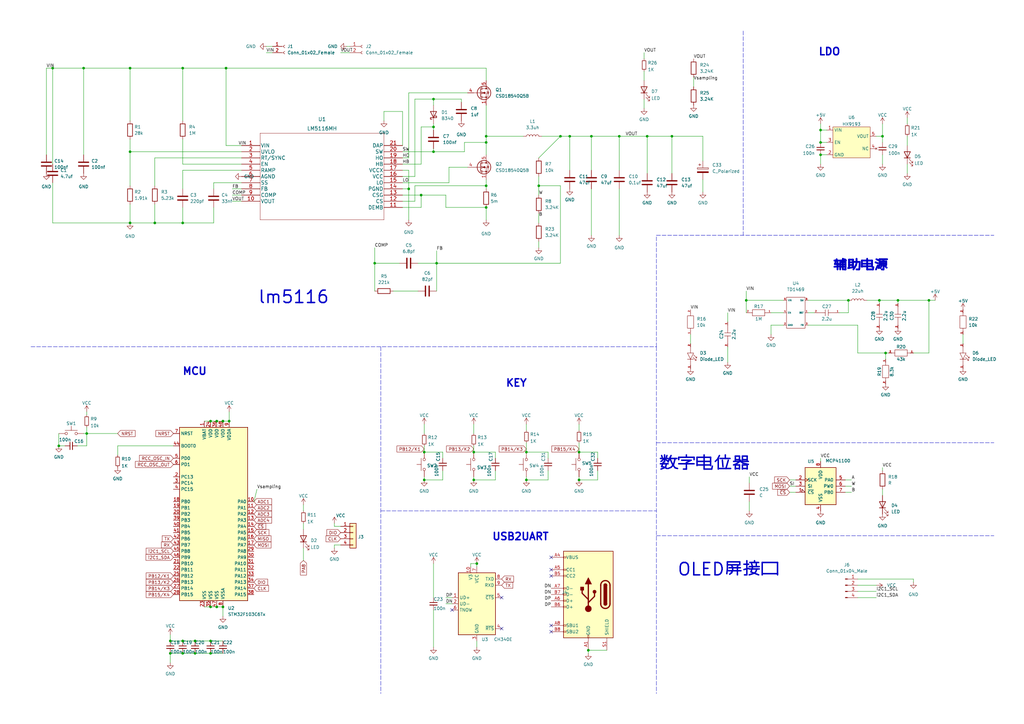
<source format=kicad_sch>
(kicad_sch (version 20211123) (generator eeschema)
  (paper "A3")
  (junction (at 63.5 91.44))
  (junction (at 336.55 58.42))
  (junction (at 74.93 267.97))
  (junction (at 86.36 262.89))
  (junction (at 153.67 107.95))
  (junction (at 86.36 172.72))
  (junction (at 237.49 185.42))
  (junction (at 381 123.19))
  (junction (at 199.39 85.09))
  (junction (at 194.31 196.85))
  (junction (at 347.98 123.19))
  (junction (at 254 55.88))
  (junction (at 74.93 91.44))
  (junction (at 220.98 76.2))
  (junction (at 74.93 27.94))
  (junction (at 306.07 123.19))
  (junction (at 53.34 91.44))
  (junction (at 177.8 62.23))
  (junction (at 177.8 52.07))
  (junction (at 215.9 196.85))
  (junction (at 69.85 262.89))
  (junction (at 361.95 55.88))
  (junction (at 368.3 123.19))
  (junction (at 363.22 144.78))
  (junction (at 93.98 172.72))
  (junction (at 69.85 267.97))
  (junction (at 21.59 27.94))
  (junction (at 74.93 262.89))
  (junction (at 336.55 53.34))
  (junction (at 199.39 55.88))
  (junction (at 179.07 107.95))
  (junction (at 199.39 58.42))
  (junction (at 88.9 172.72))
  (junction (at 233.68 55.88))
  (junction (at 336.55 63.5))
  (junction (at 265.43 55.88))
  (junction (at 80.01 267.97))
  (junction (at 88.9 248.92))
  (junction (at 242.57 55.88))
  (junction (at 173.99 185.42))
  (junction (at 91.44 172.72))
  (junction (at 360.68 123.19))
  (junction (at 173.99 196.85))
  (junction (at 229.87 55.88))
  (junction (at 167.64 77.47))
  (junction (at 86.36 248.92))
  (junction (at 91.44 248.92))
  (junction (at 172.72 80.01))
  (junction (at 237.49 196.85))
  (junction (at 275.59 55.88))
  (junction (at 80.01 262.89))
  (junction (at 92.71 27.94))
  (junction (at 177.8 40.64))
  (junction (at 86.36 267.97))
  (junction (at 241.3 266.7))
  (junction (at 199.39 76.2))
  (junction (at 194.31 185.42))
  (junction (at 53.34 27.94))
  (junction (at 35.56 177.8))
  (junction (at 24.13 182.88))
  (junction (at 34.29 27.94))
  (junction (at 215.9 185.42))
  (junction (at 53.34 62.23))
  (junction (at 195.58 231.14))
  (no_connect (at 226.06 228.6))
  (no_connect (at 226.06 256.54))
  (no_connect (at 185.42 250.19))
  (no_connect (at 205.74 257.81))
  (no_connect (at 226.06 233.68))
  (no_connect (at 205.74 245.11))
  (no_connect (at 226.06 259.08))
  (no_connect (at 226.06 236.22))
  (polyline (pts (xy 12.7 142.24) (xy 269.24 142.24)))
  (wire (pts (xy 193.04 232.41) (xy 193.04 231.14)))
  (polyline (pts (xy 269.24 96.52) (xy 407.67 96.52)))
  (wire (pts (xy 336.55 53.34) (xy 339.09 53.34)))
  (wire (pts (xy 184.15 68.58) (xy 191.77 68.58)))
  (polyline (pts (xy 156.21 142.24) (xy 156.21 284.48)))
  (wire (pts (xy 361.95 191.77) (xy 361.95 193.04)))
  (wire (pts (xy 254 55.88) (xy 265.43 55.88)))
  (wire (pts (xy 182.88 247.65) (xy 185.42 247.65)))
  (wire (pts (xy 165.1 45.72) (xy 165.1 59.69)))
  (wire (pts (xy 170.18 72.39) (xy 170.18 40.64)))
  (wire (pts (xy 199.39 76.2) (xy 199.39 77.47)))
  (wire (pts (xy 264.16 40.64) (xy 264.16 44.45)))
  (wire (pts (xy 143.51 21.59) (xy 139.7 21.59)))
  (wire (pts (xy 165.1 74.93) (xy 184.15 74.93)))
  (polyline (pts (xy 269.24 142.24) (xy 269.24 96.52)))
  (wire (pts (xy 170.18 82.55) (xy 170.18 76.2)))
  (wire (pts (xy 229.87 55.88) (xy 233.68 55.88)))
  (wire (pts (xy 241.3 266.7) (xy 248.92 266.7)))
  (wire (pts (xy 233.68 55.88) (xy 233.68 69.85)))
  (wire (pts (xy 346.71 199.39) (xy 349.25 199.39)))
  (wire (pts (xy 48.26 182.88) (xy 48.26 186.69)))
  (wire (pts (xy 86.36 267.97) (xy 91.44 267.97)))
  (wire (pts (xy 346.71 201.93) (xy 349.25 201.93)))
  (wire (pts (xy 74.93 267.97) (xy 80.01 267.97)))
  (wire (pts (xy 307.34 205.74) (xy 307.34 209.55)))
  (wire (pts (xy 80.01 267.97) (xy 86.36 267.97)))
  (wire (pts (xy 24.13 182.88) (xy 26.67 182.88)))
  (wire (pts (xy 63.5 83.82) (xy 63.5 91.44)))
  (wire (pts (xy 165.1 67.31) (xy 172.72 67.31)))
  (wire (pts (xy 220.98 99.06) (xy 220.98 101.6)))
  (wire (pts (xy 74.93 91.44) (xy 87.63 91.44)))
  (wire (pts (xy 124.46 214.63) (xy 124.46 217.17)))
  (wire (pts (xy 242.57 77.47) (xy 242.57 96.52)))
  (wire (pts (xy 361.95 63.5) (xy 361.95 67.31)))
  (wire (pts (xy 372.11 55.88) (xy 372.11 59.69)))
  (wire (pts (xy 153.67 101.6) (xy 153.67 107.95)))
  (wire (pts (xy 24.13 177.8) (xy 24.13 182.88)))
  (wire (pts (xy 336.55 187.96) (xy 336.55 189.23)))
  (wire (pts (xy 177.8 40.64) (xy 177.8 43.18)))
  (wire (pts (xy 177.8 40.64) (xy 189.23 40.64)))
  (wire (pts (xy 181.61 193.04) (xy 181.61 196.85)))
  (wire (pts (xy 161.29 119.38) (xy 171.45 119.38)))
  (wire (pts (xy 34.29 27.94) (xy 34.29 63.5)))
  (wire (pts (xy 182.88 85.09) (xy 199.39 85.09)))
  (wire (pts (xy 63.5 64.77) (xy 63.5 76.2)))
  (wire (pts (xy 374.65 237.49) (xy 374.65 238.76)))
  (wire (pts (xy 88.9 248.92) (xy 91.44 248.92)))
  (wire (pts (xy 124.46 207.01) (xy 124.46 209.55)))
  (wire (pts (xy 306.07 123.19) (xy 306.07 128.27)))
  (wire (pts (xy 321.31 133.35) (xy 316.23 133.35)))
  (wire (pts (xy 153.67 119.38) (xy 153.67 107.95)))
  (wire (pts (xy 307.34 195.58) (xy 307.34 198.12)))
  (wire (pts (xy 172.72 52.07) (xy 177.8 52.07)))
  (wire (pts (xy 179.07 107.95) (xy 229.87 107.95)))
  (wire (pts (xy 88.9 172.72) (xy 91.44 172.72)))
  (wire (pts (xy 173.99 182.88) (xy 173.99 185.42)))
  (wire (pts (xy 53.34 91.44) (xy 63.5 91.44)))
  (wire (pts (xy 153.67 107.95) (xy 163.83 107.95)))
  (wire (pts (xy 69.85 260.35) (xy 69.85 262.89)))
  (wire (pts (xy 69.85 267.97) (xy 74.93 267.97)))
  (wire (pts (xy 74.93 27.94) (xy 74.93 49.53)))
  (wire (pts (xy 237.49 196.85) (xy 245.11 196.85)))
  (wire (pts (xy 190.5 58.42) (xy 199.39 58.42)))
  (wire (pts (xy 360.68 123.19) (xy 368.3 123.19)))
  (wire (pts (xy 254 55.88) (xy 254 69.85)))
  (wire (pts (xy 95.25 82.55) (xy 99.06 82.55)))
  (wire (pts (xy 99.06 59.69) (xy 92.71 59.69)))
  (wire (pts (xy 220.98 76.2) (xy 220.98 80.01)))
  (wire (pts (xy 351.79 240.03) (xy 359.41 240.03)))
  (wire (pts (xy 265.43 55.88) (xy 265.43 71.12)))
  (wire (pts (xy 203.2 196.85) (xy 194.31 196.85)))
  (wire (pts (xy 172.72 85.09) (xy 172.72 80.01)))
  (wire (pts (xy 99.06 69.85) (xy 74.93 69.85)))
  (wire (pts (xy 182.88 245.11) (xy 185.42 245.11)))
  (wire (pts (xy 331.47 128.27) (xy 334.01 128.27)))
  (wire (pts (xy 95.25 80.01) (xy 99.06 80.01)))
  (wire (pts (xy 284.48 31.75) (xy 284.48 35.56)))
  (wire (pts (xy 74.93 262.89) (xy 80.01 262.89)))
  (wire (pts (xy 199.39 43.18) (xy 199.39 55.88)))
  (wire (pts (xy 172.72 52.07) (xy 172.72 67.31)))
  (wire (pts (xy 99.06 62.23) (xy 53.34 62.23)))
  (wire (pts (xy 177.8 50.8) (xy 177.8 52.07)))
  (wire (pts (xy 190.5 62.23) (xy 190.5 58.42)))
  (wire (pts (xy 157.48 45.72) (xy 157.48 49.53)))
  (wire (pts (xy 19.05 27.94) (xy 19.05 63.5)))
  (wire (pts (xy 177.8 60.96) (xy 177.8 62.23)))
  (wire (pts (xy 336.55 63.5) (xy 339.09 63.5)))
  (wire (pts (xy 298.45 142.24) (xy 298.45 148.59)))
  (wire (pts (xy 165.1 45.72) (xy 157.48 45.72)))
  (wire (pts (xy 254 77.47) (xy 254 96.52)))
  (wire (pts (xy 336.55 58.42) (xy 339.09 58.42)))
  (wire (pts (xy 171.45 107.95) (xy 179.07 107.95)))
  (wire (pts (xy 199.39 27.94) (xy 199.39 33.02)))
  (wire (pts (xy 74.93 85.09) (xy 74.93 91.44)))
  (wire (pts (xy 368.3 123.19) (xy 381 123.19)))
  (wire (pts (xy 92.71 59.69) (xy 92.71 27.94)))
  (wire (pts (xy 170.18 40.64) (xy 177.8 40.64)))
  (wire (pts (xy 336.55 50.8) (xy 336.55 53.34)))
  (wire (pts (xy 53.34 83.82) (xy 53.34 91.44)))
  (wire (pts (xy 351.79 144.78) (xy 351.79 133.35)))
  (wire (pts (xy 245.11 185.42) (xy 237.49 185.42)))
  (wire (pts (xy 220.98 72.39) (xy 220.98 76.2)))
  (wire (pts (xy 80.01 262.89) (xy 86.36 262.89)))
  (wire (pts (xy 195.58 231.14) (xy 195.58 232.41)))
  (wire (pts (xy 74.93 69.85) (xy 74.93 77.47)))
  (wire (pts (xy 165.1 62.23) (xy 177.8 62.23)))
  (wire (pts (xy 215.9 173.99) (xy 215.9 176.53)))
  (wire (pts (xy 194.31 173.99) (xy 194.31 177.8)))
  (wire (pts (xy 21.59 67.31) (xy 21.59 27.94)))
  (wire (pts (xy 359.41 55.88) (xy 361.95 55.88)))
  (wire (pts (xy 363.22 144.78) (xy 363.22 147.32)))
  (polyline (pts (xy 269.24 142.24) (xy 269.24 284.48)))
  (wire (pts (xy 288.29 55.88) (xy 288.29 66.04)))
  (wire (pts (xy 181.61 187.96) (xy 181.61 185.42)))
  (wire (pts (xy 331.47 123.19) (xy 347.98 123.19)))
  (wire (pts (xy 323.85 196.85) (xy 326.39 196.85)))
  (wire (pts (xy 242.57 55.88) (xy 242.57 69.85)))
  (wire (pts (xy 35.56 182.88) (xy 35.56 177.8)))
  (wire (pts (xy 195.58 262.89) (xy 195.58 265.43)))
  (wire (pts (xy 229.87 76.2) (xy 229.87 107.95)))
  (wire (pts (xy 237.49 181.61) (xy 237.49 185.42)))
  (wire (pts (xy 91.44 172.72) (xy 93.98 172.72)))
  (wire (pts (xy 63.5 91.44) (xy 74.93 91.44)))
  (wire (pts (xy 374.65 144.78) (xy 381 144.78)))
  (wire (pts (xy 165.1 64.77) (xy 167.64 64.77)))
  (wire (pts (xy 86.36 248.92) (xy 88.9 248.92)))
  (wire (pts (xy 91.44 248.92) (xy 91.44 252.73)))
  (wire (pts (xy 53.34 57.15) (xy 53.34 62.23)))
  (wire (pts (xy 394.97 137.16) (xy 394.97 140.97)))
  (wire (pts (xy 323.85 201.93) (xy 326.39 201.93)))
  (wire (pts (xy 172.72 80.01) (xy 182.88 80.01)))
  (wire (pts (xy 83.82 172.72) (xy 86.36 172.72)))
  (wire (pts (xy 87.63 74.93) (xy 87.63 77.47)))
  (wire (pts (xy 165.1 77.47) (xy 167.64 77.47)))
  (wire (pts (xy 220.98 76.2) (xy 229.87 76.2)))
  (wire (pts (xy 298.45 128.27) (xy 298.45 132.08)))
  (wire (pts (xy 34.29 27.94) (xy 53.34 27.94)))
  (wire (pts (xy 372.11 48.26) (xy 372.11 50.8)))
  (wire (pts (xy 203.2 193.04) (xy 203.2 196.85)))
  (wire (pts (xy 199.39 55.88) (xy 214.63 55.88)))
  (wire (pts (xy 177.8 231.14) (xy 177.8 245.11)))
  (wire (pts (xy 184.15 74.93) (xy 184.15 68.58)))
  (wire (pts (xy 35.56 177.8) (xy 48.26 177.8)))
  (wire (pts (xy 203.2 187.96) (xy 203.2 185.42)))
  (wire (pts (xy 306.07 123.19) (xy 321.31 123.19)))
  (wire (pts (xy 193.04 231.14) (xy 195.58 231.14)))
  (wire (pts (xy 21.59 74.93) (xy 21.59 91.44)))
  (wire (pts (xy 351.79 245.11) (xy 359.41 245.11)))
  (wire (pts (xy 74.93 27.94) (xy 92.71 27.94)))
  (wire (pts (xy 381 123.19) (xy 383.54 123.19)))
  (wire (pts (xy 173.99 173.99) (xy 173.99 177.8)))
  (wire (pts (xy 74.93 67.31) (xy 74.93 57.15)))
  (wire (pts (xy 167.64 69.85) (xy 167.64 77.47)))
  (wire (pts (xy 368.3 123.19) (xy 368.3 124.46)))
  (wire (pts (xy 237.49 173.99) (xy 237.49 176.53)))
  (wire (pts (xy 264.16 21.59) (xy 264.16 24.13)))
  (wire (pts (xy 99.06 67.31) (xy 74.93 67.31)))
  (wire (pts (xy 194.31 195.58) (xy 194.31 196.85)))
  (wire (pts (xy 173.99 195.58) (xy 173.99 196.85)))
  (wire (pts (xy 165.1 82.55) (xy 170.18 82.55)))
  (wire (pts (xy 220.98 87.63) (xy 220.98 91.44)))
  (wire (pts (xy 316.23 133.35) (xy 316.23 137.16)))
  (wire (pts (xy 179.07 107.95) (xy 179.07 119.38)))
  (wire (pts (xy 283.21 137.16) (xy 283.21 140.97)))
  (wire (pts (xy 265.43 55.88) (xy 275.59 55.88)))
  (wire (pts (xy 288.29 78.74) (xy 288.29 73.66)))
  (polyline (pts (xy 156.21 209.55) (xy 269.24 209.55)))
  (wire (pts (xy 165.1 72.39) (xy 170.18 72.39)))
  (wire (pts (xy 372.11 67.31) (xy 372.11 71.12)))
  (wire (pts (xy 215.9 195.58) (xy 215.9 196.85)))
  (wire (pts (xy 99.06 74.93) (xy 87.63 74.93)))
  (wire (pts (xy 83.82 248.92) (xy 86.36 248.92)))
  (wire (pts (xy 224.79 187.96) (xy 224.79 185.42)))
  (wire (pts (xy 199.39 85.09) (xy 199.39 90.17)))
  (wire (pts (xy 194.31 182.88) (xy 194.31 185.42)))
  (wire (pts (xy 351.79 237.49) (xy 374.65 237.49)))
  (wire (pts (xy 264.16 29.21) (xy 264.16 33.02)))
  (wire (pts (xy 109.22 21.59) (xy 111.76 21.59)))
  (wire (pts (xy 137.16 215.9) (xy 139.7 215.9)))
  (wire (pts (xy 361.95 50.8) (xy 361.95 55.88)))
  (wire (pts (xy 199.39 55.88) (xy 199.39 58.42)))
  (wire (pts (xy 381 144.78) (xy 381 123.19)))
  (wire (pts (xy 224.79 196.85) (xy 215.9 196.85)))
  (wire (pts (xy 179.07 102.87) (xy 179.07 107.95)))
  (wire (pts (xy 245.11 187.96) (xy 245.11 185.42)))
  (wire (pts (xy 203.2 185.42) (xy 194.31 185.42)))
  (wire (pts (xy 170.18 76.2) (xy 199.39 76.2)))
  (wire (pts (xy 31.75 182.88) (xy 35.56 182.88)))
  (wire (pts (xy 21.59 91.44) (xy 53.34 91.44)))
  (wire (pts (xy 215.9 181.61) (xy 215.9 185.42)))
  (wire (pts (xy 199.39 73.66) (xy 199.39 76.2)))
  (wire (pts (xy 288.29 55.88) (xy 275.59 55.88)))
  (wire (pts (xy 95.25 77.47) (xy 99.06 77.47)))
  (wire (pts (xy 360.68 123.19) (xy 360.68 124.46)))
  (wire (pts (xy 224.79 185.42) (xy 215.9 185.42)))
  (wire (pts (xy 53.34 62.23) (xy 53.34 76.2)))
  (wire (pts (xy 137.16 214.63) (xy 137.16 215.9)))
  (wire (pts (xy 167.64 38.1) (xy 191.77 38.1)))
  (wire (pts (xy 34.29 177.8) (xy 35.56 177.8)))
  (wire (pts (xy 71.12 182.88) (xy 48.26 182.88)))
  (wire (pts (xy 241.3 266.7) (xy 241.3 267.97)))
  (wire (pts (xy 87.63 85.09) (xy 87.63 91.44)))
  (wire (pts (xy 351.79 133.35) (xy 331.47 133.35)))
  (wire (pts (xy 245.11 193.04) (xy 245.11 196.85)))
  (wire (pts (xy 172.72 80.01) (xy 165.1 80.01)))
  (wire (pts (xy 142.24 19.05) (xy 143.51 19.05)))
  (wire (pts (xy 363.22 144.78) (xy 364.49 144.78)))
  (wire (pts (xy 351.79 144.78) (xy 363.22 144.78)))
  (wire (pts (xy 86.36 172.72) (xy 88.9 172.72)))
  (wire (pts (xy 237.49 195.58) (xy 237.49 196.85)))
  (wire (pts (xy 105.41 200.66) (xy 104.14 205.74)))
  (wire (pts (xy 199.39 58.42) (xy 199.39 63.5)))
  (wire (pts (xy 53.34 27.94) (xy 74.93 27.94)))
  (wire (pts (xy 137.16 224.79) (xy 137.16 223.52)))
  (wire (pts (xy 189.23 40.64) (xy 189.23 41.91)))
  (wire (pts (xy 92.71 27.94) (xy 199.39 27.94)))
  (wire (pts (xy 93.98 168.91) (xy 93.98 172.72)))
  (polyline (pts (xy 269.24 219.71) (xy 407.67 219.71)))
  (wire (pts (xy 316.23 128.27) (xy 321.31 128.27)))
  (wire (pts (xy 35.56 168.91) (xy 35.56 170.18)))
  (wire (pts (xy 35.56 175.26) (xy 35.56 177.8)))
  (wire (pts (xy 109.22 19.05) (xy 111.76 19.05)))
  (wire (pts (xy 181.61 185.42) (xy 173.99 185.42)))
  (wire (pts (xy 182.88 80.01) (xy 182.88 85.09)))
  (wire (pts (xy 177.8 52.07) (xy 177.8 53.34)))
  (wire (pts (xy 336.55 63.5) (xy 336.55 67.31)))
  (wire (pts (xy 69.85 267.97) (xy 69.85 271.78)))
  (wire (pts (xy 336.55 53.34) (xy 336.55 58.42)))
  (wire (pts (xy 167.64 77.47) (xy 167.64 90.17)))
  (wire (pts (xy 53.34 27.94) (xy 53.34 49.53)))
  (wire (pts (xy 233.68 55.88) (xy 242.57 55.88)))
  (wire (pts (xy 177.8 62.23) (xy 190.5 62.23)))
  (wire (pts (xy 165.1 85.09) (xy 172.72 85.09)))
  (wire (pts (xy 361.95 55.88) (xy 361.95 58.42)))
  (wire (pts (xy 323.85 199.39) (xy 326.39 199.39)))
  (wire (pts (xy 344.17 128.27) (xy 347.98 128.27)))
  (wire (pts (xy 361.95 200.66) (xy 361.95 203.2)))
  (wire (pts (xy 229.87 55.88) (xy 220.98 64.77)))
  (polyline (pts (xy 304.8 12.7) (xy 304.8 96.52)))
  (wire (pts (xy 19.05 27.94) (xy 21.59 27.94)))
  (wire (pts (xy 21.59 27.94) (xy 34.29 27.94)))
  (wire (pts (xy 99.06 64.77) (xy 63.5 64.77)))
  (wire (pts (xy 242.57 55.88) (xy 254 55.88)))
  (wire (pts (xy 275.59 55.88) (xy 275.59 71.12)))
  (wire (pts (xy 306.07 119.38) (xy 306.07 123.19)))
  (wire (pts (xy 351.79 242.57) (xy 359.41 242.57)))
  (wire (pts (xy 124.46 224.79) (xy 124.46 229.87)))
  (wire (pts (xy 165.1 69.85) (xy 167.64 69.85)))
  (wire (pts (xy 86.36 262.89) (xy 91.44 262.89)))
  (wire (pts (xy 222.25 55.88) (xy 229.87 55.88)))
  (wire (pts (xy 347.98 128.27) (xy 347.98 123.19)))
  (wire (pts (xy 346.71 196.85) (xy 349.25 196.85)))
  (wire (pts (xy 137.16 223.52) (xy 139.7 223.52)))
  (wire (pts (xy 69.85 262.89) (xy 74.93 262.89)))
  (wire (pts (xy 167.64 38.1) (xy 167.64 64.77)))
  (wire (pts (xy 224.79 193.04) (xy 224.79 196.85)))
  (polyline (pts (xy 269.24 181.61) (xy 407.67 181.61)))
  (wire (pts (xy 177.8 250.19) (xy 177.8 265.43)))
  (wire (pts (xy 181.61 196.85) (xy 173.99 196.85)))
  (wire (pts (xy 355.6 123.19) (xy 360.68 123.19)))
  (text "LDO" (at 335.534 23.114 0) (effects (font (size 3 3) (thickness 0.6) bold) (justify left bottom)))
  (text "数字电位器" (at 270.002 193.294 0) (effects (font (size 5.08 5.08) (thickness 0.6) bold) (justify left bottom)))
  (text "KEY" (at 207.264 159.004 0) (effects (font (size 3 3) (thickness 0.6) bold) (justify left bottom)))
  (text "MCU" (at 74.676 154.178 0) (effects (font (size 3 3) (thickness 0.6) bold) (justify left bottom)))
  (text "lm5116\n" (at 105.664 124.968 0) (effects (font (size 5.08 5.08) (thickness 0.6) bold) (justify left bottom)))
  (text "OLED屏接口\n\n" (at 277.622 244.856 0) (effects (font (size 5.08 5.08) (thickness 0.6) bold) (justify left bottom)))
  (text "辅助电源\n" (at 341.376 111.252 0) (effects (font (size 3.81 3.81) (thickness 0.762) bold) (justify left bottom)))
  (text "USB2UART" (at 201.676 221.996 0) (effects (font (size 3 3) (thickness 0.6) bold) (justify left bottom)))
  (label "VOUT" (at 256.54 55.88 0))
  (label "VIN" (at 306.07 119.38 0))
  (label "VCC" (at 307.34 195.58 0))
  (label "DN" (at 226.06 241.3 180))
  (label "W" (at 220.98 80.01 0))
  (label "SI" (at 323.85 199.39 0))
  (label "HB" (at 165.1 67.31 0))
  (label "VOUT" (at 284.48 24.13 0))
  (label "COMP" (at 95.25 80.01 0))
  (label "DP" (at 226.06 246.38 180))
  (label "i2C1_SDA" (at 359.41 245.11 0))
  (label "A" (at 349.25 196.85 0))
  (label "HO" (at 165.1 64.77 0))
  (label "i2C1_SCL" (at 359.41 242.57 0))
  (label "VIN" (at 97.79 59.69 0))
  (label "LO" (at 165.1 74.93 0))
  (label "W" (at 349.25 199.39 0))
  (label "FB" (at 95.25 77.47 0))
  (label "VOUT" (at 95.25 82.55 0))
  (label "COMP" (at 153.67 101.6 0))
  (label "VIN" (at 298.45 128.27 0))
  (label "VIN" (at 19.05 27.94 0))
  (label "DN" (at 182.88 247.65 0))
  (label "VIN" (at 109.22 21.59 0))
  (label "FB" (at 179.07 102.87 0))
  (label "VCC" (at 336.55 187.96 0))
  (label "VOUT" (at 264.16 21.59 0))
  (label "DP" (at 182.88 245.11 0))
  (label "DN" (at 226.06 243.84 180))
  (label "B" (at 220.98 88.9 0))
  (label "Vsampling" (at 284.48 33.02 0))
  (label "DP" (at 226.06 248.92 180))
  (label "Vsampling" (at 105.41 200.66 0))
  (label "SW" (at 165.1 62.23 0))
  (label "VCC" (at 361.95 191.77 0))
  (label "VIN" (at 283.21 127 0))
  (label "B" (at 349.25 201.93 0))
  (label "VOUT" (at 139.7 21.59 0))
  (global_label "CLK" (shape input) (at 139.7 220.98 180) (property "Intersheet References" "${INTERSHEET_REFS}" (effects hide)))
  (global_label "i2C1_SDA" (shape input) (at 71.12 228.6 180) (property "Intersheet References" "${INTERSHEET_REFS}" (effects hide)))
  (global_label "SCK" (shape input) (at 104.14 218.44 0) (property "Intersheet References" "${INTERSHEET_REFS}" (effects hide)))
  (global_label "i2C1_SCL" (shape input) (at 71.12 226.06 180) (property "Intersheet References" "${INTERSHEET_REFS}" (effects hide)))
  (global_label "PB14{slash}K3" (shape input) (at 71.12 241.3 180) (property "Intersheet References" "${INTERSHEET_REFS}" (effects hide)))
  (global_label "RCC_OSC_IN" (shape input) (at 71.12 187.96 180) (property "Intersheet References" "${INTERSHEET_REFS}" (effects hide)))
  (global_label "DIO" (shape input) (at 139.7 218.44 180) (property "Intersheet References" "${INTERSHEET_REFS}" (effects hide)))
  (global_label "PB15{slash}K4" (shape input) (at 237.49 184.15 180) (property "Intersheet References" "${INTERSHEET_REFS}" (effects hide)))
  (global_label "RX" (shape input) (at 71.12 223.52 180) (property "Intersheet References" "${INTERSHEET_REFS}" (effects hide)))
  (global_label "ADC1" (shape input) (at 104.14 205.74 0) (property "Intersheet References" "${INTERSHEET_REFS}" (effects hide)))
  (global_label "PB12{slash}K1" (shape input) (at 71.12 236.22 180) (property "Intersheet References" "${INTERSHEET_REFS}" (effects hide)))
  (global_label "ADC3" (shape input) (at 104.14 210.82 0) (property "Intersheet References" "${INTERSHEET_REFS}" (effects hide)))
  (global_label "ADC4" (shape input) (at 104.14 213.36 0) (property "Intersheet References" "${INTERSHEET_REFS}" (effects hide)))
  (global_label "CLK" (shape input) (at 104.14 241.3 0) (property "Intersheet References" "${INTERSHEET_REFS}" (effects hide)))
  (global_label "PA8" (shape input) (at 124.46 229.87 270) (property "Intersheet References" "${INTERSHEET_REFS}" (effects hide)))
  (global_label "NRST" (shape input) (at 71.12 177.8 180) (property "Intersheet References" "${INTERSHEET_REFS}" (effects hide)))
  (global_label "RCC_OSC_OUT" (shape input) (at 71.12 190.5 180) (property "Intersheet References" "${INTERSHEET_REFS}" (effects hide)))
  (global_label "PB15{slash}K4" (shape input) (at 71.12 243.84 180) (property "Intersheet References" "${INTERSHEET_REFS}" (effects hide)))
  (global_label "~{CS}" (shape input) (at 323.85 201.93 180) (property "Intersheet References" "${INTERSHEET_REFS}" (effects hide)))
  (global_label "MISO" (shape input) (at 104.14 220.98 0) (property "Intersheet References" "${INTERSHEET_REFS}" (effects hide)))
  (global_label "DIO" (shape input) (at 104.14 238.76 0) (property "Intersheet References" "${INTERSHEET_REFS}" (effects hide)))
  (global_label "NRST" (shape input) (at 48.26 177.8 0) (property "Intersheet References" "${INTERSHEET_REFS}" (effects hide)))
  (global_label "PB12{slash}K1" (shape input) (at 173.99 184.15 180) (property "Intersheet References" "${INTERSHEET_REFS}" (effects hide)))
  (global_label "MOSI" (shape input) (at 104.14 223.52 0) (property "Intersheet References" "${INTERSHEET_REFS}" (effects hide)))
  (global_label "PB13{slash}K2" (shape input) (at 194.31 184.15 180) (property "Intersheet References" "${INTERSHEET_REFS}" (effects hide)))
  (global_label "TX" (shape input) (at 71.12 220.98 180) (property "Intersheet References" "${INTERSHEET_REFS}" (effects hide)))
  (global_label "TX" (shape input) (at 205.74 240.03 0) (property "Intersheet References" "${INTERSHEET_REFS}" (effects hide)))
  (global_label "PB14{slash}K3" (shape input) (at 215.9 184.15 180) (property "Intersheet References" "${INTERSHEET_REFS}" (effects hide)))
  (global_label "SCK" (shape input) (at 323.85 196.85 180) (property "Intersheet References" "${INTERSHEET_REFS}" (effects hide)))
  (global_label "PB13{slash}K2" (shape input) (at 71.12 238.76 180) (property "Intersheet References" "${INTERSHEET_REFS}" (effects hide)))
  (global_label "ADC2" (shape input) (at 104.14 208.28 0) (property "Intersheet References" "${INTERSHEET_REFS}" (effects hide)))
  (global_label "RX" (shape input) (at 205.74 237.49 0) (property "Intersheet References" "${INTERSHEET_REFS}" (effects hide)))
  (global_label "~{CS}" (shape input) (at 104.14 215.9 0) (property "Intersheet References" "${INTERSHEET_REFS}" (effects hide)))
  (global_label "MOSI" (shape input) (at 323.85 199.39 180) (property "Intersheet References" "${INTERSHEET_REFS}" (effects hide)))
  (symbol (lib_id "Connector:Conn_01x02_Female") (at 116.84 19.05 0) (unit 1)
    (property "Reference" "J1" (at 117.856 19.0499 0) (effects (justify left)))
    (property "Value" "Conn_01x02_Female" (at 117.856 21.5899 0) (effects (justify left)))
    (property "Footprint" "Connector_AMASS:AMASS_XT30U-M_1x02_P5.0mm_Vertical" (effects hide))
  )
  (symbol (lib_id "Device:R") (at 199.39 81.28 0) (unit 1)
    (property "Reference" "R6" (at 201.168 80.0099 0) (effects (justify left)))
    (property "Value" "5m" (at 201.168 82.5499 0) (effects (justify left)))
    (property "Footprint" "Resistor_SMD:R_2512_6332Metric" (effects hide))
  )
  (symbol (lib_id "Device:L") (at 218.44 55.88 90) (unit 1)
    (property "Reference" "L1" (at 218.44 49.784 90))
    (property "Value" "3.3uh" (at 218.44 52.324 90))
    (property "Footprint" "Inductor_SMD:L_Wuerth_HCI-1040" (effects hide))
  )
  (symbol (lib_id "Device:C_Small") (at 203.2 190.5 180) (unit 1)
    (property "Reference" "C17" (at 201.295 187.325 90))
    (property "Value" "100n" (at 200.66 193.04 90))
    (property "Footprint" "GENERAL_RCL_SMD:C0603(1608M)" (effects hide))
  )
  (symbol (lib_id "power:GND") (at 48.26 191.77 0) (unit 1)
    (property "Reference" "#PWR0141" (effects hide))
    (property "Value" "GND" (at 48.26 196.3325 0))
  )
  (symbol (lib_id "power:GND") (at 368.3 134.62 0) (unit 1)
    (property "Reference" "#PWR0133" (effects hide))
    (property "Value" "GND" (at 368.3 139.065 0))
  )
  (symbol (lib_id "power:GND") (at 53.34 91.44 0) (unit 1)
    (property "Reference" "#PWR0114" (effects hide))
    (property "Value" "GND" (at 53.34 96.8756 0))
  )
  (symbol (lib_id "Basic_passive_components:Resistor") (at 283.21 132.08 90) (unit 1)
    (property "Reference" "R16" (at 285.75 130.8099 90) (effects (justify right)))
    (property "Value" "10k" (at 285.75 133.3499 90) (effects (justify right)))
    (property "Footprint" "GENERAL_RCL_SMD:R0603(1608M)" (effects hide))
  )
  (symbol (lib_id "Device:C_Small") (at 181.61 190.5 180) (unit 1)
    (property "Reference" "C15" (at 179.705 187.325 90))
    (property "Value" "100n" (at 179.07 193.04 90))
    (property "Footprint" "GENERAL_RCL_SMD:C0603(1608M)" (effects hide))
  )
  (symbol (lib_id "power:VCC") (at 359.41 240.03 270) (mirror x) (unit 1)
    (property "Reference" "#PWR0127" (effects hide))
    (property "Value" "VCC" (at 363.728 240.0299 90) (effects (justify left)))
  )
  (symbol (lib_id "Interface_USB:CH340E") (at 195.58 247.65 0) (unit 1)
    (property "Reference" "U3" (at 197.485 262.255 0) (effects (justify left)))
    (property "Value" "CH340E" (at 202.565 262.255 0) (effects (justify left)))
    (property "Footprint" "Package_SO:MSOP-10_3x3mm_P0.5mm" (effects hide))
    (property "Datasheet" "https://www.mpja.com/download/35227cpdata.pdf" (effects hide))
  )
  (symbol (lib_id "Device:C") (at 34.29 67.31 0) (unit 1)
    (property "Reference" "C2" (at 37.465 66.0399 0) (effects (justify left)))
    (property "Value" "100nf" (at 37.465 68.5799 0) (effects (justify left)))
    (property "Footprint" "Capacitor_SMD:C_1210_3225Metric" (effects hide))
  )
  (symbol (lib_id "Transistor_FET:CSD18540Q5B") (at 196.85 68.58 0) (unit 1)
    (property "Reference" "Q2" (at 203.2 67.3099 0) (effects (justify left)))
    (property "Value" "CSD18540Q5B" (at 203.2 69.8499 0) (effects (justify left)))
    (property "Footprint" "Package_TO_SOT_SMD:TDSON-8-1" (effects hide))
    (property "Datasheet" "http://www.ti.com/lit/gpn/csd18540q5b" (effects hide))
  )
  (symbol (lib_id "Diode:B340") (at 177.8 46.99 90) (unit 1)
    (property "Reference" "D1" (at 180.975 46.0374 90) (effects (justify right)))
    (property "Value" "B340" (at 180.975 48.5774 90) (effects (justify right)))
    (property "Footprint" "Diode_SMD:D_SMA" (effects hide))
    (property "Datasheet" "http://www.jameco.com/Jameco/Products/ProdDS/1538777.pdf" (effects hide))
  )
  (symbol (lib_id "Device:C") (at 307.34 201.93 0) (unit 1)
    (property "Reference" "C25" (at 311.404 200.6599 0) (effects (justify left)))
    (property "Value" "C" (at 311.404 203.1999 0) (effects (justify left)))
    (property "Footprint" "GENERAL_RCL_SMD:C0603(1608M)" (effects hide))
  )
  (symbol (lib_id "Device:C") (at 19.05 67.31 0) (unit 1)
    (property "Reference" "C14" (at 22.225 66.0399 0) (effects (justify left)))
    (property "Value" "100nf" (at 22.225 68.5799 0) (effects (justify left)))
    (property "Footprint" "Capacitor_SMD:C_1210_3225Metric" (effects hide))
  )
  (symbol (lib_id "power:GND") (at 275.59 78.74 0) (unit 1)
    (property "Reference" "#PWR0111" (effects hide))
    (property "Value" "GND" (at 275.59 83.185 0))
  )
  (symbol (lib_id "power:GND") (at 177.8 265.43 0) (unit 1)
    (property "Reference" "#PWR0159" (effects hide))
    (property "Value" "GND" (at 177.8 269.9925 0))
  )
  (symbol (lib_id "power:VCC") (at 93.98 168.91 0) (unit 1)
    (property "Reference" "#PWR0143" (effects hide))
    (property "Value" "VCC" (at 93.98 165.3055 0))
  )
  (symbol (lib_id "Device:C_Polarized") (at 288.29 69.85 0) (unit 1)
    (property "Reference" "C33" (at 292.1 67.6909 0) (effects (justify left)))
    (property "Value" "C_Polarized" (at 292.1 70.2309 0) (effects (justify left)))
    (property "Footprint" "Capacitor_SMD:CP_Elec_6.3x7.7" (effects hide))
  )
  (symbol (lib_id "Device:R_Small") (at 237.49 179.07 0) (unit 1)
    (property "Reference" "R15" (at 238.9886 178.1615 0) (effects (justify left)))
    (property "Value" "1K" (at 238.9886 180.9366 0) (effects (justify left)))
    (property "Footprint" "GENERAL_RCL_SMD:R0603(1608M)" (effects hide))
  )
  (symbol (lib_id "Device:R_Small") (at 215.9 179.07 0) (unit 1)
    (property "Reference" "R14" (at 217.3986 178.1615 0) (effects (justify left)))
    (property "Value" "1K" (at 217.3986 180.9366 0) (effects (justify left)))
    (property "Footprint" "GENERAL_RCL_SMD:R0603(1608M)" (effects hide))
  )
  (symbol (lib_id "power:VCC") (at 361.95 50.8 0) (unit 1)
    (property "Reference" "#PWR0122" (effects hide))
    (property "Value" "VCC" (at 361.95 47.1955 0))
  )
  (symbol (lib_id "Device:C_Small") (at 80.01 265.43 0) (unit 1)
    (property "Reference" "C20" (at 80.01 263.525 0) (effects (justify left)))
    (property "Value" "100n" (at 80.01 267.335 0) (effects (justify left)))
    (property "Footprint" "GENERAL_RCL_SMD:C0603(1608M)" (effects hide))
  )
  (symbol (lib_id "Device:C") (at 189.23 45.72 180) (unit 1)
    (property "Reference" "C8" (at 193.04 44.4499 0) (effects (justify right)))
    (property "Value" "1uf" (at 193.04 46.9899 0) (effects (justify right)))
    (property "Footprint" "GENERAL_RCL_SMD:C0603(1608M)" (effects hide))
  )
  (symbol (lib_id "Device:R") (at 63.5 80.01 0) (unit 1)
    (property "Reference" "R3" (at 66.04 78.7399 0) (effects (justify left)))
    (property "Value" "5.23k" (at 66.04 81.2799 0) (effects (justify left)))
    (property "Footprint" "Resistor_SMD:R_0603_1608Metric" (effects hide))
  )
  (symbol (lib_id "Switch:SW_Push") (at 173.99 190.5 90) (mirror x) (unit 1)
    (property "Reference" "SW2" (at 175.133 190.979 90) (effects (justify right)))
    (property "Value" "SW_Push" (effects hide))
    (property "Footprint" "Button_Switch_SMD:SW_SPST_FSMSM" (effects hide))
  )
  (symbol (lib_id "power:+5V") (at 336.55 50.8 0) (unit 1)
    (property "Reference" "#PWR0119" (effects hide))
    (property "Value" "+5V" (at 336.55 47.1955 0))
  )
  (symbol (lib_id "Basic_semiconductor:Diode_LED") (at 394.97 146.05 90) (unit 1)
    (property "Reference" "D6" (at 398.78 144.7799 90) (effects (justify right)))
    (property "Value" "Diode_LED" (at 398.78 147.3199 90) (effects (justify right)))
    (property "Footprint" "GENERAL_2-PIN_PLASTIC_SMD:LED0603(1608M)" (effects hide))
  )
  (symbol (lib_id "Basic_semiconductor:Diode_LED") (at 283.21 146.05 90) (unit 1)
    (property "Reference" "D3" (at 287.02 144.7799 90) (effects (justify right)))
    (property "Value" "Diode_LED" (at 287.02 147.3199 90) (effects (justify right)))
    (property "Footprint" "GENERAL_2-PIN_PLASTIC_SMD:LED0603(1608M)" (effects hide))
  )
  (symbol (lib_id "power:GND") (at 189.23 49.53 0) (unit 1)
    (property "Reference" "#PWR0104" (effects hide))
    (property "Value" "GND" (at 189.23 55.2196 0))
  )
  (symbol (lib_id "Switch:SW_Push") (at 194.31 190.5 90) (mirror x) (unit 1)
    (property "Reference" "SW3" (at 195.58 191.77 90) (effects (justify right)))
    (property "Value" "SW_Push" (effects hide))
    (property "Footprint" "Button_Switch_SMD:SW_SPST_FSMSM" (effects hide))
  )
  (symbol (lib_id "power:GND") (at 372.11 71.12 0) (unit 1)
    (property "Reference" "#PWR0120" (effects hide))
    (property "Value" "GND" (at 372.11 75.6825 0))
  )
  (symbol (lib_id "Switch:SW_Push") (at 215.9 190.5 90) (mirror x) (unit 1)
    (property "Reference" "SW4" (at 217.043 190.979 90) (effects (justify right)))
    (property "Value" "SW_Push" (effects hide))
    (property "Footprint" "Button_Switch_SMD:SW_SPST_FSMSM" (effects hide))
  )
  (symbol (lib_id "Connector_Generic:Conn_01x04") (at 144.78 218.44 0) (unit 1)
    (property "Reference" "J3" (at 146.812 220.189 0) (effects (justify left)))
    (property "Value" "Conn_01x04" (effects hide))
    (property "Footprint" "CONNECTOR_GH_SMD:GH1.25_V_4" (effects hide))
  )
  (symbol (lib_id "power:VCC") (at 173.99 173.99 0) (unit 1)
    (property "Reference" "#PWR0149" (effects hide))
    (property "Value" "VCC" (at 173.99 170.3855 0))
  )
  (symbol (lib_id "Basic_passive_components:Capacitor") (at 298.45 137.16 270) (unit 1)
    (property "Reference" "C24" (at 295.91 137.16 0))
    (property "Value" "2.2u" (at 300.99 137.16 0))
    (property "Footprint" "GENERAL_RCL_SMD:C0603(1608M)" (effects hide))
  )
  (symbol (lib_id "Device:C") (at 74.93 81.28 0) (unit 1)
    (property "Reference" "C3" (at 77.978 80.0099 0) (effects (justify left)))
    (property "Value" "220pf" (at 77.978 82.5499 0) (effects (justify left)))
    (property "Footprint" "GENERAL_RCL_SMD:C0603(1608M)" (effects hide))
  )
  (symbol (lib_id "Device:R_Small") (at 194.31 180.34 0) (unit 1)
    (property "Reference" "R13" (at 195.8086 179.4315 0) (effects (justify left)))
    (property "Value" "1K" (at 195.8086 182.2066 0) (effects (justify left)))
    (property "Footprint" "GENERAL_RCL_SMD:R0603(1608M)" (effects hide))
  )
  (symbol (lib_id "power:GND") (at 336.55 209.55 0) (unit 1)
    (property "Reference" "#PWR0124" (effects hide))
    (property "Value" "GND" (at 336.55 214.376 0))
  )
  (symbol (lib_id "Connector:Conn_01x02_Female") (at 148.59 19.05 0) (unit 1)
    (property "Reference" "J2" (at 149.9616 19.0499 0) (effects (justify left)))
    (property "Value" "Conn_01x02_Female" (at 149.9616 21.5899 0) (effects (justify left)))
    (property "Footprint" "Connector_AMASS:AMASS_XT30U-F_1x02_P5.0mm_Vertical" (effects hide))
  )
  (symbol (lib_id "Device:C_Small") (at 74.93 265.43 0) (unit 1)
    (property "Reference" "C19" (at 74.93 263.525 0) (effects (justify left)))
    (property "Value" "100n" (at 74.93 267.335 0) (effects (justify left)))
    (property "Footprint" "GENERAL_RCL_SMD:C0603(1608M)" (effects hide))
  )
  (symbol (lib_id "Device:L") (at 351.79 123.19 90) (unit 1)
    (property "Reference" "L2" (at 351.79 116.84 90))
    (property "Value" "22uh" (at 351.79 119.38 90))
    (property "Footprint" "Inductor_SMD:L_Abracon_ASPI-0630LR" (effects hide))
  )
  (symbol (lib_id "Device:C_Small") (at 86.36 265.43 0) (unit 1)
    (property "Reference" "C21" (at 86.36 263.525 0) (effects (justify left)))
    (property "Value" "100n" (at 86.36 267.335 0) (effects (justify left)))
    (property "Footprint" "GENERAL_RCL_SMD:C0603(1608M)" (effects hide))
  )
  (symbol (lib_id "power:GND") (at 242.57 96.52 0) (unit 1)
    (property "Reference" "#PWR0103" (effects hide))
    (property "Value" "GND" (at 242.57 100.965 0))
  )
  (symbol (lib_id "power:GND") (at 374.65 238.76 0) (unit 1)
    (property "Reference" "#PWR0126" (effects hide))
    (property "Value" "GND" (at 374.65 243.84 0))
  )
  (symbol (lib_id "Device:C_Small") (at 29.21 182.88 90) (unit 1)
    (property "Reference" "C16" (at 32.385 180.975 90))
    (property "Value" "100n" (at 26.67 180.34 90))
    (property "Footprint" "GENERAL_RCL_SMD:C0603(1608M)" (effects hide))
  )
  (symbol (lib_id "power:GND") (at 99.06 72.39 270) (unit 1)
    (property "Reference" "#PWR0116" (effects hide))
    (property "Value" "GND" (at 100.076 72.3899 90) (effects (justify left)))
  )
  (symbol (lib_id "power:VCC") (at 195.58 231.14 0) (unit 1)
    (property "Reference" "#PWR0161" (effects hide))
    (property "Value" "VCC" (at 195.58 227.5355 0))
  )
  (symbol (lib_id "Switch:SW_Push") (at 237.49 190.5 90) (mirror x) (unit 1)
    (property "Reference" "SW5" (at 238.633 190.021 90) (effects (justify right)))
    (property "Value" "SW_Push" (effects hide))
    (property "Footprint" "Button_Switch_SMD:SW_SPST_FSMSM" (effects hide))
  )
  (symbol (lib_id "power:GND") (at 167.64 90.17 0) (unit 1)
    (property "Reference" "#PWR0106" (effects hide))
    (property "Value" "GND" (at 167.64 95.25 0))
  )
  (symbol (lib_id "Device:C_Small") (at 361.95 60.96 0) (unit 1)
    (property "Reference" "C29" (at 364.2741 60.0578 0) (effects (justify left)))
    (property "Value" "100n" (at 364.2741 62.8329 0) (effects (justify left)))
    (property "Footprint" "GENERAL_RCL_SMD:C0603(1608M)" (effects hide))
  )
  (symbol (lib_id "Basic_passive_components:Capacitor") (at 339.09 128.27 180) (unit 1)
    (property "Reference" "C27" (at 339.09 125.73 0))
    (property "Value" "2.2u" (at 339.09 130.81 0))
    (property "Footprint" "GENERAL_RCL_SMD:C0603(1608M)" (effects hide))
  )
  (symbol (lib_id "symbol:HX9193") (at 347.98 54.61 0) (unit 1)
    (property "Reference" "U6" (at 349.25 48.1543 0))
    (property "Value" "HX9193" (at 349.25 50.9294 0))
    (property "Footprint" "Package_TO_SOT_SMD:SOT-23-5_HandSoldering" (effects hide))
    (property "Datasheet" "https://item.szlcsc.com/280543.html" (effects hide))
  )
  (symbol (lib_id "power:VCC") (at 124.46 207.01 0) (unit 1)
    (property "Reference" "#PWR0145" (effects hide))
    (property "Value" "VCC" (at 124.46 203.4055 0))
  )
  (symbol (lib_id "Device:LED") (at 264.16 36.83 90) (unit 1)
    (property "Reference" "D7" (at 267.081 37.509 90) (effects (justify right)))
    (property "Value" "LED" (at 267.081 40.2841 90) (effects (justify right)))
    (property "Footprint" "GENERAL_2-PIN_PLASTIC_SMD:LED0603(1608M)" (effects hide))
  )
  (symbol (lib_id "Device:R") (at 53.34 80.01 0) (unit 1)
    (property "Reference" "R2" (at 55.118 78.7399 0) (effects (justify left)))
    (property "Value" "1.91k" (at 55.118 81.2799 0) (effects (justify left)))
    (property "Footprint" "Resistor_SMD:R_0603_1608Metric" (effects hide))
  )
  (symbol (lib_id "Device:R_Small") (at 124.46 212.09 0) (unit 1)
    (property "Reference" "R11" (at 125.9586 211.1815 0) (effects (justify left)))
    (property "Value" "1K" (at 125.9586 213.9566 0) (effects (justify left)))
    (property "Footprint" "GENERAL_RCL_SMD:R0603(1608M)" (effects hide))
  )
  (symbol (lib_id "power:GND") (at 220.98 101.6 0) (unit 1)
    (property "Reference" "#PWR0107" (effects hide))
    (property "Value" "GND" (at 220.98 106.0704 0))
  )
  (symbol (lib_id "Basic_passive_components:Resistor") (at 369.57 144.78 180) (unit 1)
    (property "Reference" "R20" (at 369.57 142.24 0))
    (property "Value" "43k" (at 369.57 147.32 0))
    (property "Footprint" "GENERAL_RCL_SMD:R0603(1608M)" (effects hide))
  )
  (symbol (lib_id "Device:C") (at 265.43 74.93 180) (unit 1)
    (property "Reference" "C12" (at 269.24 73.6599 0) (effects (justify right)))
    (property "Value" "47uf" (at 269.24 76.1999 0) (effects (justify right)))
    (property "Footprint" "Capacitor_SMD:C_1210_3225Metric" (effects hide))
  )
  (symbol (lib_id "Device:C") (at 275.59 74.93 180) (unit 1)
    (property "Reference" "C13" (at 279.4 73.6599 0) (effects (justify right)))
    (property "Value" "47uf" (at 279.4 76.1999 0) (effects (justify right)))
    (property "Footprint" "Capacitor_SMD:C_1210_3225Metric" (effects hide))
  )
  (symbol (lib_id "power:GND") (at 24.13 182.88 0) (unit 1)
    (property "Reference" "#PWR0140" (effects hide))
    (property "Value" "GND" (at 24.13 187.4425 0))
  )
  (symbol (lib_id "power:VCC") (at 237.49 173.99 0) (unit 1)
    (property "Reference" "#PWR0153" (effects hide))
    (property "Value" "VCC" (at 237.49 170.3855 0))
  )
  (symbol (lib_id "Device:R_Small") (at 372.11 53.34 0) (unit 1)
    (property "Reference" "R21" (at 373.6086 52.4315 0) (effects (justify left)))
    (property "Value" "1K" (at 373.6086 55.2066 0) (effects (justify left)))
    (property "Footprint" "GENERAL_RCL_SMD:R0603(1608M)" (effects hide))
  )
  (symbol (lib_id "Connector:USB_C_Receptacle_USB2.0") (at 241.3 243.84 0) (mirror y) (unit 1)
    (property "Reference" "J4" (at 230.378 242.9315 0) (effects (justify right)))
    (property "Value" "USB_C_Receptacle_USB2.0" (effects hide))
    (property "Footprint" "Connector_USB:USB_C_Receptacle_HRO_TYPE-C-31-M-12" (effects hide))
    (property "Datasheet" "https://www.usb.org/sites/default/files/documents/usb_type-c.zip" (effects hide))
  )
  (symbol (lib_id "Device:R") (at 284.48 27.94 0) (unit 1)
    (property "Reference" "R24" (at 287.02 26.6699 0) (effects (justify left)))
    (property "Value" "3.24K" (at 287.02 29.2099 0) (effects (justify left)))
    (property "Footprint" "GENERAL_RCL_SMD:R0603(1608M)" (effects hide))
  )
  (symbol (lib_id "Device:R_Small") (at 264.16 26.67 0) (unit 1)
    (property "Reference" "R26" (at 265.6586 25.7615 0) (effects (justify left)))
    (property "Value" "1K" (at 265.6586 28.5366 0) (effects (justify left)))
    (property "Footprint" "GENERAL_RCL_SMD:R0603(1608M)" (effects hide))
  )
  (symbol (lib_id "Device:C_Small") (at 91.44 265.43 0) (unit 1)
    (property "Reference" "C22" (at 91.44 263.525 0) (effects (justify left)))
    (property "Value" "100n" (at 91.44 267.335 0) (effects (justify left)))
    (property "Footprint" "GENERAL_RCL_SMD:C0603(1608M)" (effects hide))
  )
  (symbol (lib_id "power:GND") (at 288.29 78.74 0) (unit 1)
    (property "Reference" "#PWR0128" (effects hide))
    (property "Value" "GND" (at 288.29 83.185 0))
  )
  (symbol (lib_id "power:GND") (at 199.39 90.17 0) (unit 1)
    (property "Reference" "#PWR0101" (effects hide))
    (property "Value" "GND" (at 199.39 95.8596 0))
  )
  (symbol (lib_id "Device:R_Small") (at 48.26 189.23 0) (unit 1)
    (property "Reference" "R10" (at 49.784 188.214 0) (effects (justify left)))
    (property "Value" "1K" (at 49.7586 191.0966 0) (effects (justify left)))
    (property "Footprint" "GENERAL_RCL_SMD:R0603(1608M)" (effects hide))
  )
  (symbol (lib_id "power:VCC") (at 35.56 168.91 0) (unit 1)
    (property "Reference" "#PWR0142" (effects hide))
    (property "Value" "VCC" (at 35.56 165.3055 0))
  )
  (symbol (lib_id "power:VCC") (at 372.11 48.26 0) (unit 1)
    (property "Reference" "#PWR0121" (effects hide))
    (property "Value" "VCC" (at 372.11 44.6555 0))
  )
  (symbol (lib_id "Device:R_Small") (at 173.99 180.34 0) (unit 1)
    (property "Reference" "R12" (at 175.4886 179.4315 0) (effects (justify left)))
    (property "Value" "1K" (at 175.4886 182.2066 0) (effects (justify left)))
    (property "Footprint" "GENERAL_RCL_SMD:R0603(1608M)" (effects hide))
  )
  (symbol (lib_id "power:VCC") (at 69.85 260.35 0) (unit 1)
    (property "Reference" "#PWR0146" (effects hide))
    (property "Value" "VCC" (at 69.85 256.7455 0))
  )
  (symbol (lib_id "power:GND") (at 215.9 196.85 0) (unit 1)
    (property "Reference" "#PWR0155" (effects hide))
    (property "Value" "GND" (at 215.9 201.4125 0))
  )
  (symbol (lib_id "power:GND") (at 363.22 157.48 0) (unit 1)
    (property "Reference" "#PWR0129" (effects hide))
    (property "Value" "GND" (at 363.22 161.925 0))
  )
  (symbol (lib_id "Device:C_Small") (at 224.79 190.5 180) (unit 1)
    (property "Reference" "C31" (at 222.885 187.325 90))
    (property "Value" "100n" (at 222.25 193.04 90))
    (property "Footprint" "GENERAL_RCL_SMD:C0603(1608M)" (effects hide))
  )
  (symbol (lib_id "power:GND") (at 91.44 252.73 0) (unit 1)
    (property "Reference" "#PWR0144" (effects hide))
    (property "Value" "GND" (at 91.44 257.2925 0))
  )
  (symbol (lib_id "Device:R") (at 220.98 68.58 0) (unit 1)
    (property "Reference" "R7" (at 223.52 67.3099 0) (effects (justify left)))
    (property "Value" "10k" (at 223.52 69.8499 0) (effects (justify left)))
    (property "Footprint" "Resistor_SMD:R_0603_1608Metric" (effects hide))
  )
  (symbol (lib_id "Basic_passive_components:Resistor") (at 363.22 152.4 270) (unit 1)
    (property "Reference" "R19" (at 360.68 152.4 0))
    (property "Value" "8.3k" (at 365.76 152.4 0))
    (property "Footprint" "GENERAL_RCL_SMD:R0603(1608M)" (effects hide))
  )
  (symbol (lib_id "Connector:Conn_01x04_Male") (at 346.71 240.03 0) (unit 1)
    (property "Reference" "J6" (at 347.345 231.648 0))
    (property "Value" "Conn_01x04_Male" (at 347.345 234.188 0))
    (property "Footprint" "Connector_PinSocket_2.54mm:PinSocket_1x04_P2.54mm_Vertical" (effects hide))
  )
  (symbol (lib_id "power:GND") (at 361.95 67.31 0) (unit 1)
    (property "Reference" "#PWR0117" (effects hide))
    (property "Value" "GND" (at 361.95 71.8725 0))
  )
  (symbol (lib_id "Device:C") (at 167.64 107.95 90) (unit 1)
    (property "Reference" "C5" (at 167.64 100.584 90))
    (property "Value" "6.8pf" (at 167.64 103.124 90))
    (property "Footprint" "GENERAL_RCL_SMD:C0603(1608M)" (effects hide))
  )
  (symbol (lib_id "power:GND") (at 233.68 77.47 0) (unit 1)
    (property "Reference" "#PWR0109" (effects hide))
    (property "Value" "GND" (at 233.68 81.915 0))
  )
  (symbol (lib_id "Device:R") (at 361.95 196.85 0) (unit 1)
    (property "Reference" "R18" (at 364.236 195.5799 0) (effects (justify left)))
    (property "Value" "R" (at 364.236 198.1199 0) (effects (justify left)))
    (property "Footprint" "GENERAL_RCL_SMD:R0603(1608M)" (effects hide))
  )
  (symbol (lib_id "MCU_ST_STM32F1:STM32F103C6Tx") (at 88.9 210.82 0) (unit 1)
    (property "Reference" "U2" (at 93.4594 249.428 0) (effects (justify left)))
    (property "Value" "STM32F103C6Tx" (at 93.4594 251.968 0) (effects (justify left)))
    (property "Footprint" "Package_QFP:LQFP-48_7x7mm_P0.5mm" (effects hide))
    (property "Datasheet" "http://www.st.com/st-web-ui/static/active/en/resource/technical/document/datasheet/CD00210843.pdf" (effects hide))
  )
  (symbol (lib_id "Basic_passive_components:Capacitor") (at 368.3 129.54 270) (unit 1)
    (property "Reference" "C30" (at 365.76 129.54 0))
    (property "Value" "2.2u" (at 370.84 129.54 0))
    (property "Footprint" "GENERAL_RCL_SMD:C1206(3216M)" (effects hide))
  )
  (symbol (lib_id "power:VCC") (at 215.9 173.99 0) (unit 1)
    (property "Reference" "#PWR0151" (effects hide))
    (property "Value" "VCC" (at 215.9 170.3855 0))
  )
  (symbol (lib_id "Device:R") (at 74.93 53.34 0) (unit 1)
    (property "Reference" "R4" (at 77.47 52.0699 0) (effects (justify left)))
    (property "Value" "1M" (at 77.47 54.6099 0) (effects (justify left)))
    (property "Footprint" "Resistor_SMD:R_0603_1608Metric" (effects hide))
  )
  (symbol (lib_id "Device:C") (at 175.26 119.38 90) (unit 1)
    (property "Reference" "C6" (at 175.26 112.014 90))
    (property "Value" "82pf" (at 175.26 114.554 90))
    (property "Footprint" "GENERAL_RCL_SMD:C0603(1608M)" (effects hide))
  )
  (symbol (lib_id "Device:LED") (at 361.95 207.01 90) (unit 1)
    (property "Reference" "D4" (at 365.506 207.3274 90) (effects (justify right)))
    (property "Value" "LED" (at 365.506 209.8674 90) (effects (justify right)))
    (property "Footprint" "GENERAL_2-PIN_PLASTIC_SMD:LED0603(1608M)" (effects hide))
  )
  (symbol (lib_id "Device:R") (at 284.48 39.37 0) (unit 1)
    (property "Reference" "R25" (at 287.02 38.0999 0) (effects (justify left)))
    (property "Value" "3.24K" (at 287.02 40.6399 0) (effects (justify left)))
    (property "Footprint" "GENERAL_RCL_SMD:R0603(1608M)" (effects hide))
  )
  (symbol (lib_id "power:GND") (at 195.58 265.43 0) (unit 1)
    (property "Reference" "#PWR0163" (effects hide))
    (property "Value" "GND" (at 195.58 269.9925 0))
  )
  (symbol (lib_id "power:GND") (at 361.95 210.82 0) (unit 1)
    (property "Reference" "#PWR0123" (effects hide))
    (property "Value" "GND" (at 361.95 215.646 0))
  )
  (symbol (lib_id "power:GND") (at 360.68 134.62 0) (unit 1)
    (property "Reference" "#PWR0138" (effects hide))
    (property "Value" "GND" (at 360.68 139.065 0))
  )
  (symbol (lib_id "Device:LED") (at 124.46 220.98 90) (unit 1)
    (property "Reference" "D2" (at 127.381 221.659 90) (effects (justify right)))
    (property "Value" "LED" (at 127.381 224.4341 90) (effects (justify right)))
    (property "Footprint" "GENERAL_2-PIN_PLASTIC_SMD:LED0603(1608M)" (effects hide))
  )
  (symbol (lib_id "Basic_passive_components:Capacitor") (at 360.68 129.54 270) (unit 1)
    (property "Reference" "C28" (at 358.14 129.54 0))
    (property "Value" "2.2u" (at 363.22 129.54 0))
    (property "Footprint" "GENERAL_RCL_SMD:C1206(3216M)" (effects hide))
  )
  (symbol (lib_id "power:GND") (at 157.48 49.53 0) (unit 1)
    (property "Reference" "#PWR0105" (effects hide))
    (property "Value" "GND" (at 157.48 54.3814 0))
  )
  (symbol (lib_id "Basic_passive_components:Resistor") (at 311.15 128.27 180) (unit 1)
    (property "Reference" "R17" (at 311.15 125.73 0))
    (property "Value" "1M" (at 311.15 130.81 0))
    (property "Footprint" "GENERAL_RCL_SMD:R0603(1608M)" (effects hide))
  )
  (symbol (lib_id "power:GND") (at 283.21 151.13 0) (unit 1)
    (property "Reference" "#PWR0130" (effects hide))
    (property "Value" "GND" (at 283.21 155.575 0))
  )
  (symbol (lib_id "Device:C") (at 21.59 71.12 0) (unit 1)
    (property "Reference" "C1" (at 24.765 69.8499 0) (effects (justify left)))
    (property "Value" "4.7uf" (at 24.765 72.3899 0) (effects (justify left)))
    (property "Footprint" "Capacitor_SMD:C_1210_3225Metric" (effects hide))
  )
  (symbol (lib_id "Device:R") (at 220.98 83.82 0) (unit 1)
    (property "Reference" "R8" (at 223.52 82.5499 0) (effects (justify left)))
    (property "Value" "3.24K" (at 223.52 85.0899 0) (effects (justify left)))
    (property "Footprint" "Resistor_SMD:R_0603_1608Metric" (effects hide))
  )
  (symbol (lib_id "Device:LED") (at 372.11 63.5 90) (unit 1)
    (property "Reference" "D5" (at 375.031 64.179 90) (effects (justify right)))
    (property "Value" "LED" (at 375.031 66.9541 90) (effects (justify right)))
    (property "Footprint" "GENERAL_2-PIN_PLASTIC_SMD:LED0603(1608M)" (effects hide))
  )
  (symbol (lib_id "power:VCC") (at 137.16 214.63 0) (unit 1)
    (property "Reference" "#PWR0157" (effects hide))
    (property "Value" "VCC" (at 137.795 211.455 0) (effects (justify left)))
  )
  (symbol (lib_id "power:GND") (at 284.48 43.18 0) (unit 1)
    (property "Reference" "#PWR0134" (effects hide))
    (property "Value" "GND" (at 284.48 47.6504 0))
  )
  (symbol (lib_id "power:GND") (at 265.43 78.74 0) (unit 1)
    (property "Reference" "#PWR0110" (effects hide))
    (property "Value" "GND" (at 265.43 83.185 0))
  )
  (symbol (lib_id "Device:C") (at 177.8 57.15 180) (unit 1)
    (property "Reference" "C7" (at 181.61 55.8799 0) (effects (justify right)))
    (property "Value" "100nf" (at 181.61 58.4199 0) (effects (justify right)))
    (property "Footprint" "GENERAL_RCL_SMD:C0603(1608M)" (effects hide))
  )
  (symbol (lib_id "Device:C") (at 254 73.66 180) (unit 1)
    (property "Reference" "C10" (at 257.81 72.3899 0) (effects (justify right)))
    (property "Value" "0.1uf" (at 257.81 74.9299 0) (effects (justify right)))
    (property "Footprint" "Capacitor_SMD:C_1210_3225Metric" (effects hide))
  )
  (symbol (lib_id "power:GND") (at 264.16 44.45 0) (unit 1)
    (property "Reference" "#PWR0139" (effects hide))
    (property "Value" "GND" (at 264.16 49.0125 0))
  )
  (symbol (lib_id "Device:R") (at 220.98 95.25 0) (unit 1)
    (property "Reference" "R23" (at 223.52 93.9799 0) (effects (justify left)))
    (property "Value" "3.24K" (at 223.52 96.5199 0) (effects (justify left)))
    (property "Footprint" "GENERAL_RCL_SMD:R0603(1608M)" (effects hide))
  )
  (symbol (lib_id "Device:C_Small") (at 336.55 60.96 0) (unit 1)
    (property "Reference" "C26" (at 334.2259 60.0578 0) (effects (justify right)))
    (property "Value" "100n" (at 334.2259 62.8329 0) (effects (justify right)))
    (property "Footprint" "GENERAL_RCL_SMD:C0603(1608M)" (effects hide))
  )
  (symbol (lib_id "Switch:SW_Push") (at 29.21 177.8 0) (unit 1)
    (property "Reference" "SW1" (at 29.21 173.6875 0))
    (property "Value" "SW_Push" (effects hide))
    (property "Footprint" "Button_Switch_SMD:SW_SPST_FSMSM" (effects hide))
  )
  (symbol (lib_id "power:GND") (at 34.29 71.12 0) (unit 1)
    (property "Reference" "#PWR0108" (effects hide))
    (property "Value" "GND" (at 34.29 76.5556 0))
  )
  (symbol (lib_id "power:GND") (at 316.23 137.16 0) (unit 1)
    (property "Reference" "#PWR0132" (effects hide))
    (property "Value" "GND" (at 316.23 141.605 0))
  )
  (symbol (lib_id "Power_DC-DC_convertor:TD1469") (at 326.39 128.27 0) (unit 1)
    (property "Reference" "U4" (at 326.39 116.205 0))
    (property "Value" "TD1469" (at 326.39 118.745 0))
    (property "Footprint" "GENERAL_SMALL-SEMI_SMD:SOT-23-6" (effects hide))
  )
  (symbol (lib_id "power:GND") (at 254 96.52 0) (unit 1)
    (property "Reference" "#PWR0102" (effects hide))
    (property "Value" "GND" (at 254 101.6 0))
  )
  (symbol (lib_id "power:GND") (at 194.31 196.85 0) (unit 1)
    (property "Reference" "#PWR0152" (effects hide))
    (property "Value" "GND" (at 194.31 201.4125 0))
  )
  (symbol (lib_id "power:GND") (at 307.34 209.55 0) (unit 1)
    (property "Reference" "#PWR0125" (effects hide))
    (property "Value" "GND" (at 307.34 214.376 0))
  )
  (symbol (lib_id "Transistor_FET:CSD18540Q5B") (at 196.85 38.1 0) (unit 1)
    (property "Reference" "Q1" (at 203.2 36.8299 0) (effects (justify left)))
    (property "Value" "CSD18540Q5B" (at 203.2 39.3699 0) (effects (justify left)))
    (property "Footprint" "Package_TO_SOT_SMD:TDSON-8-1" (effects hide))
    (property "Datasheet" "http://www.ti.com/lit/gpn/csd18540q5b" (effects hide))
  )
  (symbol (lib_id "Device:C_Small") (at 177.8 247.65 0) (unit 1)
    (property "Reference" "C23" (at 177.8 245.745 0) (effects (justify left)))
    (property "Value" "100n" (at 177.8 249.555 0) (effects (justify left)))
    (property "Footprint" "GENERAL_RCL_SMD:C0603(1608M)" (effects hide))
  )
  (symbol (lib_id "power:GND") (at 298.45 148.59 0) (unit 1)
    (property "Reference" "#PWR0131" (effects hide))
    (property "Value" "GND" (at 298.45 153.035 0))
  )
  (symbol (lib_id "power:GND") (at 237.49 196.85 0) (unit 1)
    (property "Reference" "#PWR0154" (effects hide))
    (property "Value" "GND" (at 237.49 201.4125 0))
  )
  (symbol (lib_id "power:GND") (at 142.24 19.05 270) (unit 1)
    (property "Reference" "#PWR0112" (effects hide))
    (property "Value" "GND" (at 138.4808 19.0499 90) (effects (justify right)))
  )
  (symbol (lib_id "2022-04-16_15-22-54:LM5116MH") (at 99.06 59.69 0) (unit 1)
    (property "Reference" "U1" (at 132.08 48.895 0) (effects (font (size 1.524 1.524))))
    (property "Value" "LM5116MH" (at 132.08 52.705 0) (effects (font (size 1.524 1.524))))
    (property "Footprint" "lm5116:LM5116MH" (effects hide))
  )
  (symbol (lib_id "power:GND") (at 19.05 71.12 0) (unit 1)
    (property "Reference" "#PWR0115" (effects hide))
    (property "Value" "GND" (at 19.05 76.5556 0))
  )
  (symbol (lib_id "power:GND") (at 137.16 224.79 0) (unit 1)
    (property "Reference" "#PWR0158" (effects hide))
    (property "Value" "GND" (at 137.16 229.3525 0))
  )
  (symbol (lib_id "power:VCC") (at 194.31 173.99 0) (unit 1)
    (property "Reference" "#PWR0150" (effects hide))
    (property "Value" "VCC" (at 194.31 170.3855 0))
  )
  (symbol (lib_id "Device:C_Small") (at 69.85 265.43 0) (unit 1)
    (property "Reference" "C18" (at 69.85 263.525 0) (effects (justify left)))
    (property "Value" "100n" (at 69.85 267.335 0) (effects (justify left)))
    (property "Footprint" "GENERAL_RCL_SMD:C0603(1608M)" (effects hide))
  )
  (symbol (lib_id "Basic_passive_components:Resistor") (at 394.97 132.08 90) (unit 1)
    (property "Reference" "R22" (at 397.256 130.8099 90) (effects (justify right)))
    (property "Value" "10k" (at 397.256 133.3499 90) (effects (justify right)))
    (property "Footprint" "GENERAL_RCL_SMD:R0603(1608M)" (effects hide))
  )
  (symbol (lib_id "power:GND") (at 173.99 196.85 0) (unit 1)
    (property "Reference" "#PWR0156" (effects hide))
    (property "Value" "GND" (at 173.99 201.4125 0))
  )
  (symbol (lib_id "power:GND") (at 109.22 19.05 270) (unit 1)
    (property "Reference" "#PWR0113" (effects hide))
    (property "Value" "GND" (at 104.9528 19.0499 90) (effects (justify right)))
  )
  (symbol (lib_id "Device:C") (at 233.68 73.66 180) (unit 1)
    (property "Reference" "C11" (at 237.49 72.3899 0) (effects (justify right)))
    (property "Value" "47uf" (at 237.49 74.9299 0) (effects (justify right)))
    (property "Footprint" "Capacitor_SMD:C_1210_3225Metric" (effects hide))
  )
  (symbol (lib_id "power:+5V") (at 383.54 123.19 0) (unit 1)
    (property "Reference" "#PWR0135" (effects hide))
    (property "Value" "+5V" (at 383.54 119.5855 0))
  )
  (symbol (lib_id "power:GND") (at 336.55 67.31 0) (unit 1)
    (property "Reference" "#PWR0118" (effects hide))
    (property "Value" "GND" (at 336.55 71.8725 0))
  )
  (symbol (lib_id "Device:R_Small") (at 35.56 172.72 0) (unit 1)
    (property "Reference" "R9" (at 37.0586 171.8115 0) (effects (justify left)))
    (property "Value" "10k" (at 37.0586 174.5866 0) (effects (justify left)))
    (property "Footprint" "Resistor_SMD:R_0603_1608Metric" (effects hide))
  )
  (symbol (lib_id "power:GND") (at 241.3 267.97 0) (unit 1)
    (property "Reference" "#PWR0162" (effects hide))
    (property "Value" "GND" (at 241.3 272.5325 0))
  )
  (symbol (lib_id "Device:C_Small") (at 245.11 190.5 180) (unit 1)
    (property "Reference" "C32" (at 243.205 187.325 90))
    (property "Value" "100n" (at 242.57 193.04 90))
    (property "Footprint" "GENERAL_RCL_SMD:C0603(1608M)" (effects hide))
  )
  (symbol (lib_id "Device:R") (at 53.34 53.34 0) (unit 1)
    (property "Reference" "R1" (at 55.118 52.0699 0) (effects (justify left)))
    (property "Value" "28k" (at 55.118 54.6099 0) (effects (justify left)))
    (property "Footprint" "Resistor_SMD:R_0603_1608Metric" (effects hide))
  )
  (symbol (lib_id "Device:R") (at 157.48 119.38 90) (unit 1)
    (property "Reference" "R5" (at 157.48 113.284 90))
    (property "Value" "221k" (at 157.48 115.824 90))
    (property "Footprint" "Resistor_SMD:R_0603_1608Metric" (effects hide))
  )
  (symbol (lib_id "power:GND") (at 394.97 151.13 0) (unit 1)
    (property "Reference" "#PWR0136" (effects hide))
    (property "Value" "GND" (at 394.97 155.575 0))
  )
  (symbol (lib_id "power:VCC") (at 177.8 231.14 0) (unit 1)
    (property "Reference" "#PWR0160" (effects hide))
    (property "Value" "VCC" (at 177.8 227.5355 0))
  )
  (symbol (lib_id "power:+5V") (at 394.97 127 0) (unit 1)
    (property "Reference" "#PWR0137" (effects hide))
    (property "Value" "+5V" (at 394.97 123.3955 0))
  )
  (symbol (lib_id "Device:C") (at 242.57 73.66 180) (unit 1)
    (property "Reference" "C9" (at 246.38 72.3899 0) (effects (justify right)))
    (property "Value" "47uf" (at 246.38 74.9299 0) (effects (justify right)))
    (property "Footprint" "Capacitor_SMD:C_1210_3225Metric" (effects hide))
  )
  (symbol (lib_id "Device:C") (at 87.63 81.28 0) (unit 1)
    (property "Reference" "C4" (at 90.805 80.0099 0) (effects (justify left)))
    (property "Value" "33nf" (at 90.805 82.5499 0) (effects (justify left)))
    (property "Footprint" "GENERAL_RCL_SMD:C0603(1608M)" (effects hide))
  )
  (symbol (lib_id "Potentiometer_Digital:MCP41100") (at 336.55 199.39 0) (unit 1)
    (property "Reference" "U5" (at 331.216 189.23 0) (effects (justify left)))
    (property "Value" "MCP41100" (at 338.5694 188.976 0) (effects (justify left)))
    (property "Footprint" "Package_SO:SOIC-8_3.9x4.9mm_P1.27mm" (effects hide))
    (property "Datasheet" "http://ww1.microchip.com/downloads/en/DeviceDoc/11195c.pdf" (effects hide))
  )
  (symbol (lib_id "power:GND") (at 69.85 271.78 0) (unit 1)
    (property "Reference" "#PWR0147" (effects hide))
    (property "Value" "GND" (at 69.85 276.3425 0))
  )
)
</source>
